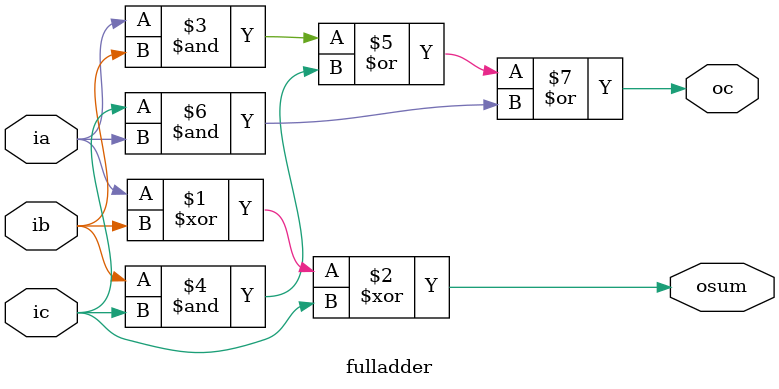
<source format=v>
`timescale 1ns / 1ps

module fulladder(
    input  ia, ib, ic,
    output  osum, oc
);

    assign osum  = (ia ^ ib) ^ ic;

    assign oc = (ia & ib) | (ib & ic) | (ic & ia);

endmodule

</source>
